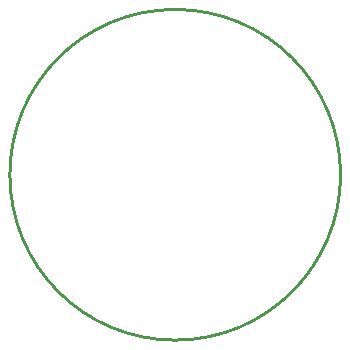
<source format=gko>
G04 Layer: BoardOutline*
G04 EasyEDA v6.3.53, 2020-12-20T20:36:17+08:00*
G04 c64323ac755740268967727d35aa34f5,c1f3c4082e0f4854a6dddf38f96dced1,10*
G04 Gerber Generator version 0.2*
G04 Scale: 100 percent, Rotated: No, Reflected: No *
G04 Dimensions in millimeters *
G04 leading zeros omitted , absolute positions ,3 integer and 3 decimal *
%FSLAX33Y33*%
%MOMM*%
G90*
G71D02*

%ADD10C,0.254000*%
G54D10*
G75*
G01X28000Y14000D02*
G03X28000Y14000I-14000J0D01*
G01*

%LPD*%
M00*
M02*

</source>
